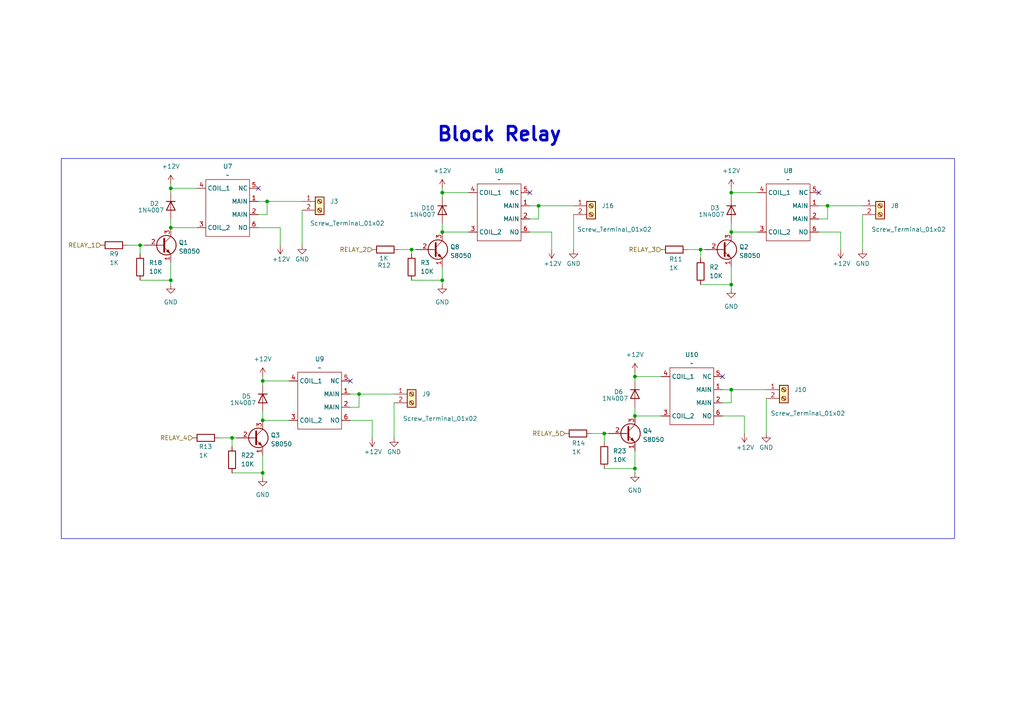
<source format=kicad_sch>
(kicad_sch (version 20231120) (generator "eeschema") (generator_version "8.0")
  (paper "A4")
  (lib_symbols
    (symbol "Connector:Screw_Terminal_01x02" (pin_names (offset 1.016) hide)
      (property "Reference" "J" (at 0 2.54 0))
      (property "Value" "Screw_Terminal_01x02" (at 0 -5.08 0))
      (symbol "Screw_Terminal_01x02_1_1"
        (rectangle (start -1.27 1.27) (end 1.27 -3.81) (stroke (width 0.254)) (fill (type background)))
        (circle (center 0 -2.54) (radius 0.635) (stroke (width 0.1524)))
        (polyline (pts (xy -0.5334 -2.2098) (xy 0.3302 -3.048)) (stroke (width 0.1524)))
        (polyline (pts (xy -0.5334 0.3302) (xy 0.3302 -0.508)) (stroke (width 0.1524)))
        (polyline (pts (xy -0.3556 -2.032) (xy 0.508 -2.8702)) (stroke (width 0.1524)))
        (polyline (pts (xy -0.3556 0.508) (xy 0.508 -0.3302)) (stroke (width 0.1524)))
        (circle (center 0 0) (radius 0.635) (stroke (width 0.1524)))
        (pin passive line (at -5.08 0 0) (length 3.81) (name "Pin_1") (number "1"))
        (pin passive line (at -5.08 -2.54 0) (length 3.81) (name "Pin_2") (number "2"))
      )
    )
    (symbol "Device:R" (pin_numbers hide) (pin_names (offset 0))
      (property "Reference" "R" (at 2.032 0 90))
      (property "Value" "R" (at 0 0 90))
      (symbol "R_0_1"
        (rectangle (start -1.016 -2.54) (end 1.016 2.54) (stroke (width 0.254)))
      )
      (symbol "R_1_1"
        (pin passive line (at 0 3.81 270) (length 1.27) (name "~") (number "1"))
        (pin passive line (at 0 -3.81 90) (length 1.27) (name "~") (number "2"))
      )
    )
    (symbol "Diode:LL4148" (pin_numbers hide) (pin_names hide)
      (property "Reference" "D" (at 0 2.54 0))
      (property "Value" "LL4148" (at 0 -2.54 0))
      (symbol "LL4148_0_1"
        (polyline (pts (xy -1.27 1.27) (xy -1.27 -1.27)) (stroke (width 0.254)))
        (polyline (pts (xy 1.27 0) (xy -1.27 0)))
        (polyline (pts (xy 1.27 1.27) (xy 1.27 -1.27) (xy -1.27 0) (xy 1.27 1.27)) (stroke (width 0.254)))
      )
      (symbol "LL4148_1_1"
        (pin passive line (at -3.81 0 0) (length 2.54) (name "K") (number "1"))
        (pin passive line (at 3.81 0 180) (length 2.54) (name "A") (number "2"))
      )
    )
    (symbol "RELAY-12V-3A:RELAY-12V-3A"
      (property "Reference" "U" (at 0 3.048 0))
      (symbol "RELAY-12V-3A_1_1"
        (rectangle (start -6.35 0) (end 6.35 -16.51))
        (pin input line (at 8.89 -6.35 180) (length 2.54) (name "MAIN") (number "1"))
        (pin input line (at 8.89 -10.16 180) (length 2.54) (name "MAIN") (number "2"))
        (pin input line (at -8.89 -13.97 0) (length 2.54) (name "COIL_2") (number "3"))
        (pin input line (at -8.89 -2.54 0) (length 2.54) (name "COIL_1") (number "4"))
        (pin input line (at 8.89 -2.54 180) (length 2.54) (name "NC") (number "5"))
        (pin input line (at 8.89 -13.97 180) (length 2.54) (name "NO") (number "6"))
      )
    )
    (symbol "Transistor_BJT:S8050" (pin_names (offset 0) hide)
      (property "Reference" "Q" (at 5.08 1.905 0))
      (property "Value" "S8050" (at 5.08 0 0))
      (symbol "S8050_0_1"
        (polyline (pts (xy 0 0) (xy 0.635 0)))
        (polyline (pts (xy 0.635 0.635) (xy 2.54 2.54)))
        (polyline (pts (xy 0.635 -0.635) (xy 2.54 -2.54) (xy 2.54 -2.54)))
        (polyline (pts (xy 0.635 1.905) (xy 0.635 -1.905) (xy 0.635 -1.905)) (stroke (width 0.508)))
        (polyline (pts (xy 1.27 -1.778) (xy 1.778 -1.27) (xy 2.286 -2.286) (xy 1.27 -1.778) (xy 1.27 -1.778)) (fill (type outline)))
        (circle (center 1.27 0) (radius 2.8194) (stroke (width 0.254)))
      )
      (symbol "S8050_1_1"
        (pin passive line (at 2.54 -5.08 90) (length 2.54) (name "E") (number "1"))
        (pin input line (at -5.08 0 0) (length 5.08) (name "B") (number "2"))
        (pin passive line (at 2.54 5.08 270) (length 2.54) (name "C") (number "3"))
      )
    )
    (symbol "power:+12V" (power) (pin_numbers hide) (pin_names (offset 0) hide)
      (property "Value" "+12V" (at 0 3.556 0))
      (symbol "+12V_0_1"
        (polyline (pts (xy -0.762 1.27) (xy 0 2.54)))
        (polyline (pts (xy 0 0) (xy 0 2.54)))
        (polyline (pts (xy 0 2.54) (xy 0.762 1.27)))
      )
      (symbol "+12V_1_1"
        (pin power_in line (at 0 0 90) (length 0) (name "~") (number "1"))
      )
    )
    (symbol "power:GND" (power) (pin_numbers hide) (pin_names (offset 0) hide)
      (property "Value" "GND" (at 0 -3.81 0))
      (symbol "GND_0_1"
        (polyline (pts (xy 0 0) (xy 0 -1.27) (xy 1.27 -1.27) (xy 0 -2.54) (xy -1.27 -1.27) (xy 0 -1.27)))
      )
      (symbol "GND_1_1"
        (pin power_in line (at 0 0 270) (length 0) (name "~") (number "1"))
      )
    )
  )
  (junction (at 212.09 82.55))
  (junction (at 119.38 72.39))
  (junction (at 184.15 109.22))
  (junction (at 175.26 125.73))
  (junction (at 76.2 110.49))
  (junction (at 40.64 71.12))
  (junction (at 240.03 59.69))
  (junction (at 49.53 81.28))
  (junction (at 77.47 58.42))
  (junction (at 67.31 127))
  (junction (at 203.2 72.39))
  (junction (at 128.27 81.28))
  (junction (at 104.14 114.3))
  (junction (at 49.53 54.61))
  (junction (at 212.09 67.31))
  (junction (at 49.53 66.04))
  (junction (at 128.27 55.88))
  (junction (at 184.15 135.89))
  (junction (at 76.2 121.92))
  (junction (at 212.09 113.03))
  (junction (at 76.2 137.16))
  (junction (at 156.21 59.69))
  (junction (at 184.15 120.65))
  (junction (at 128.27 67.31))
  (junction (at 212.09 55.88))
  (no_connect (at 209.55 109.22))
  (no_connect (at 74.93 54.61))
  (no_connect (at 101.6 110.49))
  (no_connect (at 153.67 55.88))
  (no_connect (at 237.49 55.88))
  (wire (pts (xy 166.37 59.69) (xy 156.21 59.69)))
  (wire (pts (xy 156.21 59.69) (xy 156.21 63.5)))
  (wire (pts (xy 166.37 62.23) (xy 166.37 72.39)))
  (wire (pts (xy 104.14 118.11) (xy 101.6 118.11)))
  (wire (pts (xy 128.27 55.88) (xy 135.89 55.88)))
  (wire (pts (xy 104.14 114.3) (xy 104.14 118.11)))
  (wire (pts (xy 250.19 62.23) (xy 250.19 72.39)))
  (wire (pts (xy 128.27 82.55) (xy 128.27 81.28)))
  (wire (pts (xy 184.15 110.49) (xy 184.15 109.22)))
  (wire (pts (xy 87.63 58.42) (xy 77.47 58.42)))
  (wire (pts (xy 153.67 59.69) (xy 156.21 59.69)))
  (wire (pts (xy 107.95 121.92) (xy 107.95 127)))
  (wire (pts (xy 240.03 59.69) (xy 240.03 63.5)))
  (wire (pts (xy 49.53 81.28) (xy 49.53 76.2)))
  (wire (pts (xy 203.2 82.55) (xy 212.09 82.55)))
  (wire (pts (xy 243.84 67.31) (xy 243.84 72.39)))
  (wire (pts (xy 81.28 66.04) (xy 81.28 71.12)))
  (wire (pts (xy 119.38 81.28) (xy 128.27 81.28)))
  (wire (pts (xy 76.2 137.16) (xy 76.2 132.08)))
  (wire (pts (xy 67.31 127) (xy 67.31 129.54)))
  (wire (pts (xy 49.53 66.04) (xy 57.15 66.04)))
  (wire (pts (xy 209.55 120.65) (xy 215.9 120.65)))
  (wire (pts (xy 212.09 57.15) (xy 212.09 55.88)))
  (wire (pts (xy 49.53 55.88) (xy 49.53 54.61)))
  (wire (pts (xy 156.21 63.5) (xy 153.67 63.5)))
  (wire (pts (xy 153.67 67.31) (xy 160.02 67.31)))
  (wire (pts (xy 49.53 54.61) (xy 57.15 54.61)))
  (wire (pts (xy 77.47 58.42) (xy 77.47 62.23)))
  (wire (pts (xy 250.19 59.69) (xy 240.03 59.69)))
  (wire (pts (xy 128.27 57.15) (xy 128.27 55.88)))
  (wire (pts (xy 76.2 119.38) (xy 76.2 121.92)))
  (wire (pts (xy 76.2 110.49) (xy 83.82 110.49)))
  (wire (pts (xy 222.25 113.03) (xy 212.09 113.03)))
  (wire (pts (xy 222.25 115.57) (xy 222.25 125.73)))
  (wire (pts (xy 203.2 72.39) (xy 204.47 72.39)))
  (wire (pts (xy 128.27 64.77) (xy 128.27 67.31)))
  (wire (pts (xy 237.49 67.31) (xy 243.84 67.31)))
  (wire (pts (xy 114.3 116.84) (xy 114.3 127)))
  (wire (pts (xy 49.53 82.55) (xy 49.53 81.28)))
  (wire (pts (xy 212.09 83.82) (xy 212.09 82.55)))
  (wire (pts (xy 63.5 127) (xy 67.31 127)))
  (wire (pts (xy 184.15 135.89) (xy 184.15 130.81)))
  (wire (pts (xy 240.03 63.5) (xy 237.49 63.5)))
  (wire (pts (xy 199.39 72.39) (xy 203.2 72.39)))
  (wire (pts (xy 237.49 59.69) (xy 240.03 59.69)))
  (wire (pts (xy 128.27 54.61) (xy 128.27 55.88)))
  (wire (pts (xy 76.2 111.76) (xy 76.2 110.49)))
  (wire (pts (xy 184.15 118.11) (xy 184.15 120.65)))
  (wire (pts (xy 76.2 121.92) (xy 83.82 121.92)))
  (wire (pts (xy 114.3 114.3) (xy 104.14 114.3)))
  (wire (pts (xy 212.09 82.55) (xy 212.09 77.47)))
  (wire (pts (xy 209.55 113.03) (xy 212.09 113.03)))
  (wire (pts (xy 76.2 138.43) (xy 76.2 137.16)))
  (wire (pts (xy 215.9 120.65) (xy 215.9 125.73)))
  (wire (pts (xy 184.15 120.65) (xy 191.77 120.65)))
  (wire (pts (xy 212.09 116.84) (xy 209.55 116.84)))
  (wire (pts (xy 49.53 63.5) (xy 49.53 66.04)))
  (wire (pts (xy 49.53 53.34) (xy 49.53 54.61)))
  (wire (pts (xy 101.6 114.3) (xy 104.14 114.3)))
  (wire (pts (xy 203.2 72.39) (xy 203.2 74.93)))
  (wire (pts (xy 119.38 72.39) (xy 119.38 73.66)))
  (wire (pts (xy 67.31 127) (xy 68.58 127)))
  (wire (pts (xy 212.09 64.77) (xy 212.09 67.31)))
  (wire (pts (xy 67.31 137.16) (xy 76.2 137.16)))
  (wire (pts (xy 40.64 81.28) (xy 49.53 81.28)))
  (wire (pts (xy 212.09 113.03) (xy 212.09 116.84)))
  (wire (pts (xy 77.47 62.23) (xy 74.93 62.23)))
  (wire (pts (xy 175.26 135.89) (xy 184.15 135.89)))
  (wire (pts (xy 119.38 72.39) (xy 120.65 72.39)))
  (wire (pts (xy 40.64 71.12) (xy 40.64 73.66)))
  (wire (pts (xy 175.26 125.73) (xy 175.26 128.27)))
  (wire (pts (xy 115.57 72.39) (xy 119.38 72.39)))
  (wire (pts (xy 128.27 81.28) (xy 128.27 77.47)))
  (wire (pts (xy 175.26 125.73) (xy 176.53 125.73)))
  (wire (pts (xy 40.64 71.12) (xy 41.91 71.12)))
  (wire (pts (xy 184.15 109.22) (xy 191.77 109.22)))
  (wire (pts (xy 212.09 54.61) (xy 212.09 55.88)))
  (wire (pts (xy 171.45 125.73) (xy 175.26 125.73)))
  (wire (pts (xy 212.09 67.31) (xy 219.71 67.31)))
  (wire (pts (xy 74.93 58.42) (xy 77.47 58.42)))
  (wire (pts (xy 184.15 107.95) (xy 184.15 109.22)))
  (wire (pts (xy 76.2 109.22) (xy 76.2 110.49)))
  (wire (pts (xy 212.09 55.88) (xy 219.71 55.88)))
  (wire (pts (xy 160.02 67.31) (xy 160.02 72.39)))
  (wire (pts (xy 101.6 121.92) (xy 107.95 121.92)))
  (wire (pts (xy 184.15 137.16) (xy 184.15 135.89)))
  (wire (pts (xy 74.93 66.04) (xy 81.28 66.04)))
  (wire (pts (xy 87.63 60.96) (xy 87.63 71.12)))
  (wire (pts (xy 36.83 71.12) (xy 40.64 71.12)))
  (wire (pts (xy 128.27 67.31) (xy 135.89 67.31)))
  (rectangle (start 17.78 45.974) (end 276.86 156.21))
  (text "Block Relay\n" (at 126.492 41.402 0) (effects (font (size 4 4) (bold yes)) (justify left bottom)))
  (hierarchical_label "RELAY_2" (shape input) (at 107.95 72.39 180))
  (hierarchical_label "RELAY_4" (shape input) (at 55.88 127 180))
  (hierarchical_label "RELAY_5" (shape input) (at 163.83 125.73 180))
  (hierarchical_label "RELAY_3" (shape input) (at 191.77 72.39 180))
  (hierarchical_label "RELAY_1" (shape input) (at 29.21 71.12 180))
  (symbol (lib_id "Transistor_BJT:S8050") (at 181.61 125.73 0) (unit 1)
    (property "Reference" "Q4" (at 186.436 124.968 0) (effects (justify left)))
    (property "Value" "S8050" (at 186.436 127.508 0) (effects (justify left)))
    (property "Footprint" "Package_TO_SOT_SMD:SOT-23" (effects (hide yes)))
    (property "Datasheet" "http://www.unisonic.com.tw/datasheet/S8050.pdf" (effects (hide yes)))
  )
  (symbol (lib_id "Diode:LL4148") (at 212.09 60.96 270) (unit 1)
    (property "Reference" "D3" (at 205.994 60.325 90) (effects (justify left)))
    (property "Value" "1N4007" (at 202.565 62.23 90) (effects (justify left)))
    (property "Footprint" "Diode_SMD:D_SMA" (effects (hide yes)))
    (property "Datasheet" "http://www.vishay.com/docs/85557/ll4148.pdf" (effects (hide yes)))
    (property "Sim.Device" "D" (effects (hide yes)))
    (property "Sim.Pins" "1=K 2=A" (effects (hide yes)))
  )
  (symbol (lib_id "power:GND") (at 222.25 125.73 0) (unit 1)
    (property "Reference" "#PWR052" (effects (hide yes)))
    (property "Value" "GND" (at 222.25 129.794 0))
    (property "Description" "Power symbol creates a global label with name \"GND\" , ground" (effects (hide yes)))
  )
  (symbol (lib_id "power:+12V") (at 76.2 109.22 0) (unit 1)
    (property "Reference" "#PWR045" (effects (hide yes)))
    (property "Value" "+12V" (at 76.2 104.14 0))
    (property "Description" "Power symbol creates a global label with name \"+12V\"" (effects (hide yes)))
  )
  (symbol (lib_id "power:GND") (at 114.3 127 0) (unit 1)
    (property "Reference" "#PWR048" (effects (hide yes)))
    (property "Value" "GND" (at 114.3 131.064 0))
    (property "Description" "Power symbol creates a global label with name \"GND\" , ground" (effects (hide yes)))
  )
  (symbol (lib_id "power:+12V") (at 128.27 54.61 0) (unit 1)
    (property "Reference" "#PWR016" (effects (hide yes)))
    (property "Value" "+12V" (at 128.27 49.53 0))
    (property "Description" "Power symbol creates a global label with name \"+12V\"" (effects (hide yes)))
  )
  (symbol (lib_id "Connector:Screw_Terminal_01x02") (at 227.33 113.03 0) (unit 1)
    (property "Reference" "J10" (at 230.378 113.03 0) (effects (justify left)))
    (property "Value" "Screw_Terminal_01x02" (at 223.52 119.888 0) (effects (justify left)))
    (property "Footprint" "TerminalBlock_Phoenix:TerminalBlock_Phoenix_MKDS-1,5-2_1x02_P5.00mm_Horizontal" (effects (hide yes)))
  )
  (symbol (lib_id "Diode:LL4148") (at 184.15 114.3 270) (unit 1)
    (property "Reference" "D6" (at 178.054 113.665 90) (effects (justify left)))
    (property "Value" "1N4007" (at 174.625 115.57 90) (effects (justify left)))
    (property "Footprint" "Diode_SMD:D_SMA" (effects (hide yes)))
    (property "Datasheet" "http://www.vishay.com/docs/85557/ll4148.pdf" (effects (hide yes)))
    (property "Sim.Device" "D" (effects (hide yes)))
    (property "Sim.Pins" "1=K 2=A" (effects (hide yes)))
  )
  (symbol (lib_id "power:+12V") (at 243.84 72.39 180) (unit 1)
    (property "Reference" "#PWR041" (effects (hide yes)))
    (property "Value" "+12V" (at 244.094 76.454 0))
    (property "Description" "Power symbol creates a global label with name \"+12V\"" (effects (hide yes)))
  )
  (symbol (lib_id "Connector:Screw_Terminal_01x02") (at 255.27 59.69 0) (unit 1)
    (property "Reference" "J8" (at 258.318 59.69 0) (effects (justify left)))
    (property "Value" "Screw_Terminal_01x02" (at 252.73 66.548 0) (effects (justify left)))
    (property "Footprint" "TerminalBlock_Phoenix:TerminalBlock_Phoenix_MKDS-1,5-2_1x02_P5.00mm_Horizontal" (effects (hide yes)))
  )
  (symbol (lib_id "power:GND") (at 184.15 137.16 0) (unit 1)
    (property "Reference" "#PWR050" (effects (hide yes)))
    (property "Value" "GND" (at 184.15 142.24 0))
    (property "Description" "Power symbol creates a global label with name \"GND\" , ground" (effects (hide yes)))
  )
  (symbol (lib_id "Transistor_BJT:S8050") (at 73.66 127 0) (unit 1)
    (property "Reference" "Q3" (at 78.486 126.238 0) (effects (justify left)))
    (property "Value" "S8050" (at 78.486 128.778 0) (effects (justify left)))
    (property "Footprint" "Package_TO_SOT_SMD:SOT-23" (effects (hide yes)))
    (property "Datasheet" "http://www.unisonic.com.tw/datasheet/S8050.pdf" (effects (hide yes)))
  )
  (symbol (lib_id "Device:R") (at 195.58 72.39 90) (unit 1)
    (property "Reference" "R11" (at 194.056 75.184 90) (effects (justify right)))
    (property "Value" "1K" (at 194.056 77.724 90) (effects (justify right)))
    (property "Footprint" "Resistor_SMD:R_0603_1608Metric" (effects (hide yes)))
  )
  (symbol (lib_id "Device:R") (at 40.64 77.47 180) (unit 1)
    (property "Reference" "R18" (at 43.18 76.1999 0) (effects (justify right)))
    (property "Value" "10K" (at 43.18 78.7399 0) (effects (justify right)))
    (property "Footprint" "Resistor_SMD:R_0603_1608Metric" (effects (hide yes)))
  )
  (symbol (lib_id "Diode:LL4148") (at 76.2 115.57 270) (unit 1)
    (property "Reference" "D5" (at 70.104 114.935 90) (effects (justify left)))
    (property "Value" "1N4007" (at 66.675 116.84 90) (effects (justify left)))
    (property "Footprint" "Diode_SMD:D_SMA" (effects (hide yes)))
    (property "Datasheet" "http://www.vishay.com/docs/85557/ll4148.pdf" (effects (hide yes)))
    (property "Sim.Device" "D" (effects (hide yes)))
    (property "Sim.Pins" "1=K 2=A" (effects (hide yes)))
  )
  (symbol (lib_id "Connector:Screw_Terminal_01x02") (at 171.45 59.69 0) (unit 1)
    (property "Reference" "J16" (at 174.498 59.69 0) (effects (justify left)))
    (property "Value" "Screw_Terminal_01x02" (at 167.386 66.548 0) (effects (justify left)))
    (property "Footprint" "TerminalBlock_Phoenix:TerminalBlock_Phoenix_MKDS-1,5-2_1x02_P5.00mm_Horizontal" (effects (hide yes)))
  )
  (symbol (lib_id "Diode:LL4148") (at 49.53 59.69 270) (unit 1)
    (property "Reference" "D2" (at 43.434 59.055 90) (effects (justify left)))
    (property "Value" "1N4007" (at 40.005 60.96 90) (effects (justify left)))
    (property "Footprint" "Diode_SMD:D_SMA" (effects (hide yes)))
    (property "Datasheet" "http://www.vishay.com/docs/85557/ll4148.pdf" (effects (hide yes)))
    (property "Sim.Device" "D" (effects (hide yes)))
    (property "Sim.Pins" "1=K 2=A" (effects (hide yes)))
  )
  (symbol (lib_id "power:+12V") (at 160.02 72.39 180) (unit 1)
    (property "Reference" "#PWR043" (effects (hide yes)))
    (property "Value" "+12V" (at 160.274 76.454 0))
    (property "Description" "Power symbol creates a global label with name \"+12V\"" (effects (hide yes)))
  )
  (symbol (lib_id "power:GND") (at 49.53 82.55 0) (unit 1)
    (property "Reference" "#PWR015" (effects (hide yes)))
    (property "Value" "GND" (at 49.53 87.63 0))
    (property "Description" "Power symbol creates a global label with name \"GND\" , ground" (effects (hide yes)))
  )
  (symbol (lib_id "power:+12V") (at 49.53 53.34 0) (unit 1)
    (property "Reference" "#PWR011" (effects (hide yes)))
    (property "Value" "+12V" (at 49.53 48.26 0))
    (property "Description" "Power symbol creates a global label with name \"+12V\"" (effects (hide yes)))
  )
  (symbol (lib_id "RELAY-12V-3A:RELAY-12V-3A") (at 200.66 106.68 0) (unit 1)
    (property "Reference" "U10" (at 200.66 102.87 0))
    (property "Value" "~" (at 200.66 105.41 0))
    (property "Footprint" "relay 12vdc 3A:RELAY-TH_SRS-12VDC-SL" (effects (hide yes)))
  )
  (symbol (lib_id "power:GND") (at 250.19 72.39 0) (unit 1)
    (property "Reference" "#PWR042" (effects (hide yes)))
    (property "Value" "GND" (at 250.19 76.454 0))
    (property "Description" "Power symbol creates a global label with name \"GND\" , ground" (effects (hide yes)))
  )
  (symbol (lib_id "power:+12V") (at 107.95 127 180) (unit 1)
    (property "Reference" "#PWR047" (effects (hide yes)))
    (property "Value" "+12V" (at 108.204 131.064 0))
    (property "Description" "Power symbol creates a global label with name \"+12V\"" (effects (hide yes)))
  )
  (symbol (lib_id "Device:R") (at 175.26 132.08 180) (unit 1)
    (property "Reference" "R23" (at 177.8 130.8099 0) (effects (justify right)))
    (property "Value" "10K" (at 177.8 133.3499 0) (effects (justify right)))
    (property "Footprint" "Resistor_SMD:R_0603_1608Metric" (effects (hide yes)))
  )
  (symbol (lib_id "Connector:Screw_Terminal_01x02") (at 119.38 114.3 0) (unit 1)
    (property "Reference" "J9" (at 122.428 114.3 0) (effects (justify left)))
    (property "Value" "Screw_Terminal_01x02" (at 116.84 121.412 0) (effects (justify left)))
    (property "Footprint" "TerminalBlock_Phoenix:TerminalBlock_Phoenix_MKDS-1,5-2_1x02_P5.00mm_Horizontal" (effects (hide yes)))
  )
  (symbol (lib_id "RELAY-12V-3A:RELAY-12V-3A") (at 66.04 52.07 0) (unit 1)
    (property "Reference" "U7" (at 66.04 48.26 0))
    (property "Value" "~" (at 66.04 50.8 0))
    (property "Footprint" "relay 12vdc 3A:RELAY-TH_SRS-12VDC-SL" (effects (hide yes)))
  )
  (symbol (lib_id "Device:R") (at 33.02 71.12 90) (unit 1)
    (property "Reference" "R9" (at 31.75 73.6599 90) (effects (justify right)))
    (property "Value" "1K" (at 31.75 76.1999 90) (effects (justify right)))
    (property "Footprint" "Resistor_SMD:R_0603_1608Metric" (effects (hide yes)))
  )
  (symbol (lib_id "Device:R") (at 111.76 72.39 90) (unit 1)
    (property "Reference" "R12" (at 109.474 76.962 90) (effects (justify right)))
    (property "Value" "1K" (at 109.982 74.93 90) (effects (justify right)))
    (property "Footprint" "Resistor_SMD:R_0603_1608Metric" (effects (hide yes)))
  )
  (symbol (lib_id "power:GND") (at 128.27 82.55 0) (unit 1)
    (property "Reference" "#PWR053" (effects (hide yes)))
    (property "Value" "GND" (at 128.27 87.63 0))
    (property "Description" "Power symbol creates a global label with name \"GND\" , ground" (effects (hide yes)))
  )
  (symbol (lib_id "Transistor_BJT:S8050") (at 125.73 72.39 0) (unit 1)
    (property "Reference" "Q8" (at 130.556 71.628 0) (effects (justify left)))
    (property "Value" "S8050" (at 130.556 74.168 0) (effects (justify left)))
    (property "Footprint" "Package_TO_SOT_SMD:SOT-23" (effects (hide yes)))
    (property "Datasheet" "http://www.unisonic.com.tw/datasheet/S8050.pdf" (effects (hide yes)))
  )
  (symbol (lib_id "Device:R") (at 67.31 133.35 180) (unit 1)
    (property "Reference" "R22" (at 69.85 132.0799 0) (effects (justify right)))
    (property "Value" "10K" (at 69.85 134.6199 0) (effects (justify right)))
    (property "Footprint" "Resistor_SMD:R_0603_1608Metric" (effects (hide yes)))
  )
  (symbol (lib_id "power:+12V") (at 212.09 54.61 0) (unit 1)
    (property "Reference" "#PWR019" (effects (hide yes)))
    (property "Value" "+12V" (at 212.09 49.53 0))
    (property "Description" "Power symbol creates a global label with name \"+12V\"" (effects (hide yes)))
  )
  (symbol (lib_id "RELAY-12V-3A:RELAY-12V-3A") (at 228.6 53.34 0) (unit 1)
    (property "Reference" "U8" (at 228.6 49.53 0))
    (property "Value" "~" (at 228.6 52.07 0))
    (property "Footprint" "relay 12vdc 3A:RELAY-TH_SRS-12VDC-SL" (effects (hide yes)))
  )
  (symbol (lib_id "Transistor_BJT:S8050") (at 209.55 72.39 0) (unit 1)
    (property "Reference" "Q2" (at 214.376 71.628 0) (effects (justify left)))
    (property "Value" "S8050" (at 214.376 74.168 0) (effects (justify left)))
    (property "Footprint" "Package_TO_SOT_SMD:SOT-23" (effects (hide yes)))
    (property "Datasheet" "http://www.unisonic.com.tw/datasheet/S8050.pdf" (effects (hide yes)))
  )
  (symbol (lib_id "Diode:LL4148") (at 128.27 60.96 270) (unit 1)
    (property "Reference" "D10" (at 122.174 60.325 90) (effects (justify left)))
    (property "Value" "1N4007" (at 118.745 62.23 90) (effects (justify left)))
    (property "Footprint" "Diode_SMD:D_SMA" (effects (hide yes)))
    (property "Datasheet" "http://www.vishay.com/docs/85557/ll4148.pdf" (effects (hide yes)))
    (property "Sim.Device" "D" (effects (hide yes)))
    (property "Sim.Pins" "1=K 2=A" (effects (hide yes)))
  )
  (symbol (lib_id "RELAY-12V-3A:RELAY-12V-3A") (at 92.71 107.95 0) (unit 1)
    (property "Reference" "U9" (at 92.71 104.14 0))
    (property "Value" "~" (at 92.71 106.68 0))
    (property "Footprint" "relay 12vdc 3A:RELAY-TH_SRS-12VDC-SL" (effects (hide yes)))
  )
  (symbol (lib_id "power:+12V") (at 81.28 71.12 180) (unit 1)
    (property "Reference" "#PWR017" (effects (hide yes)))
    (property "Value" "+12V" (at 81.534 75.184 0))
    (property "Description" "Power symbol creates a global label with name \"+12V\"" (effects (hide yes)))
  )
  (symbol (lib_id "power:+12V") (at 215.9 125.73 180) (unit 1)
    (property "Reference" "#PWR051" (effects (hide yes)))
    (property "Value" "+12V" (at 216.154 129.794 0))
    (property "Description" "Power symbol creates a global label with name \"+12V\"" (effects (hide yes)))
  )
  (symbol (lib_id "Device:R") (at 203.2 78.74 180) (unit 1)
    (property "Reference" "R2" (at 205.74 77.4699 0) (effects (justify right)))
    (property "Value" "10K" (at 205.74 80.0099 0) (effects (justify right)))
    (property "Footprint" "Resistor_SMD:R_0603_1608Metric" (effects (hide yes)))
  )
  (symbol (lib_id "Device:R") (at 119.38 77.47 180) (unit 1)
    (property "Reference" "R3" (at 121.92 76.1999 0) (effects (justify right)))
    (property "Value" "10K" (at 121.92 78.7399 0) (effects (justify right)))
    (property "Footprint" "Resistor_SMD:R_0603_1608Metric" (effects (hide yes)))
  )
  (symbol (lib_id "power:GND") (at 166.37 72.39 0) (unit 1)
    (property "Reference" "#PWR044" (effects (hide yes)))
    (property "Value" "GND" (at 166.37 76.454 0))
    (property "Description" "Power symbol creates a global label with name \"GND\" , ground" (effects (hide yes)))
  )
  (symbol (lib_id "Transistor_BJT:S8050") (at 46.99 71.12 0) (unit 1)
    (property "Reference" "Q1" (at 51.816 70.358 0) (effects (justify left)))
    (property "Value" "S8050" (at 51.816 72.898 0) (effects (justify left)))
    (property "Footprint" "Package_TO_SOT_SMD:SOT-23" (effects (hide yes)))
    (property "Datasheet" "http://www.unisonic.com.tw/datasheet/S8050.pdf" (effects (hide yes)))
  )
  (symbol (lib_id "RELAY-12V-3A:RELAY-12V-3A") (at 144.78 53.34 0) (unit 1)
    (property "Reference" "U6" (at 144.78 49.53 0))
    (property "Value" "~" (at 144.78 52.07 0))
    (property "Footprint" "relay 12vdc 3A:RELAY-TH_SRS-12VDC-SL" (effects (hide yes)))
  )
  (symbol (lib_id "power:+12V") (at 184.15 107.95 0) (unit 1)
    (property "Reference" "#PWR049" (effects (hide yes)))
    (property "Value" "+12V" (at 184.15 102.87 0))
    (property "Description" "Power symbol creates a global label with name \"+12V\"" (effects (hide yes)))
  )
  (symbol (lib_id "power:GND") (at 212.09 83.82 0) (unit 1)
    (property "Reference" "#PWR024" (effects (hide yes)))
    (property "Value" "GND" (at 212.09 88.9 0))
    (property "Description" "Power symbol creates a global label with name \"GND\" , ground" (effects (hide yes)))
  )
  (symbol (lib_id "Device:R") (at 167.64 125.73 90) (unit 1)
    (property "Reference" "R14" (at 165.862 128.524 90) (effects (justify right)))
    (property "Value" "1K" (at 165.862 131.064 90) (effects (justify right)))
    (property "Footprint" "Resistor_SMD:R_0603_1608Metric" (effects (hide yes)))
  )
  (symbol (lib_id "Device:R") (at 59.69 127 90) (unit 1)
    (property "Reference" "R13" (at 57.658 129.54 90) (effects (justify right)))
    (property "Value" "1K" (at 57.658 132.08 90) (effects (justify right)))
    (property "Footprint" "Resistor_SMD:R_0603_1608Metric" (effects (hide yes)))
  )
  (symbol (lib_id "Connector:Screw_Terminal_01x02") (at 92.71 58.42 0) (unit 1)
    (property "Reference" "J3" (at 95.758 58.42 0) (effects (justify left)))
    (property "Value" "Screw_Terminal_01x02" (at 89.916 64.77 0) (effects (justify left)))
    (property "Footprint" "TerminalBlock_Phoenix:TerminalBlock_Phoenix_MKDS-1,5-2_1x02_P5.00mm_Horizontal" (effects (hide yes)))
  )
  (symbol (lib_id "power:GND") (at 76.2 138.43 0) (unit 1)
    (property "Reference" "#PWR046" (effects (hide yes)))
    (property "Value" "GND" (at 76.2 143.51 0))
    (property "Description" "Power symbol creates a global label with name \"GND\" , ground" (effects (hide yes)))
  )
  (symbol (lib_id "power:GND") (at 87.63 71.12 0) (unit 1)
    (property "Reference" "#PWR018" (effects (hide yes)))
    (property "Value" "GND" (at 87.63 75.184 0))
    (property "Description" "Power symbol creates a global label with name \"GND\" , ground" (effects (hide yes)))
  )
)
</source>
